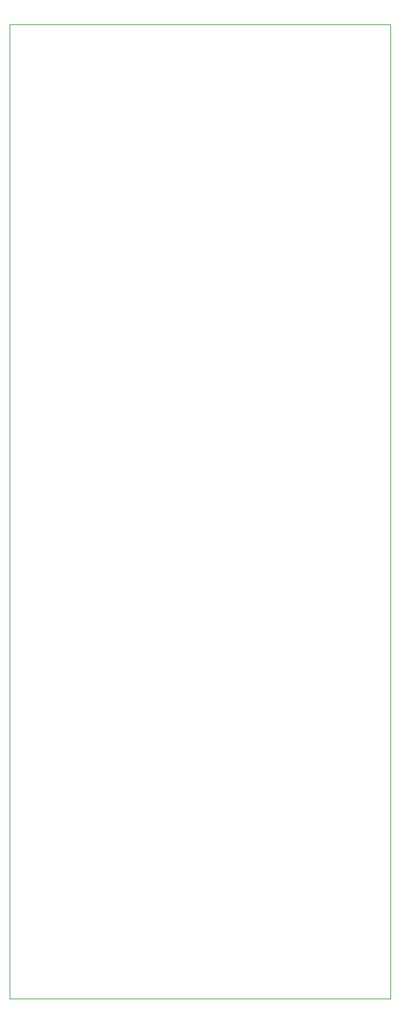
<source format=gbr>
G04 #@! TF.GenerationSoftware,KiCad,Pcbnew,(5.1.4-0-10_14)*
G04 #@! TF.CreationDate,2019-10-08T20:59:21-07:00*
G04 #@! TF.ProjectId,VCO_Front_Panel,56434f5f-4672-46f6-9e74-5f50616e656c,rev?*
G04 #@! TF.SameCoordinates,Original*
G04 #@! TF.FileFunction,Profile,NP*
%FSLAX46Y46*%
G04 Gerber Fmt 4.6, Leading zero omitted, Abs format (unit mm)*
G04 Created by KiCad (PCBNEW (5.1.4-0-10_14)) date 2019-10-08 20:59:21*
%MOMM*%
%LPD*%
G04 APERTURE LIST*
%ADD10C,0.050000*%
G04 APERTURE END LIST*
D10*
X63754000Y-168402000D02*
X63754000Y-39878000D01*
X114046000Y-168402000D02*
X63754000Y-168402000D01*
X114046000Y-39878000D02*
X114046000Y-168402000D01*
X63754000Y-39878000D02*
X114046000Y-39878000D01*
M02*

</source>
